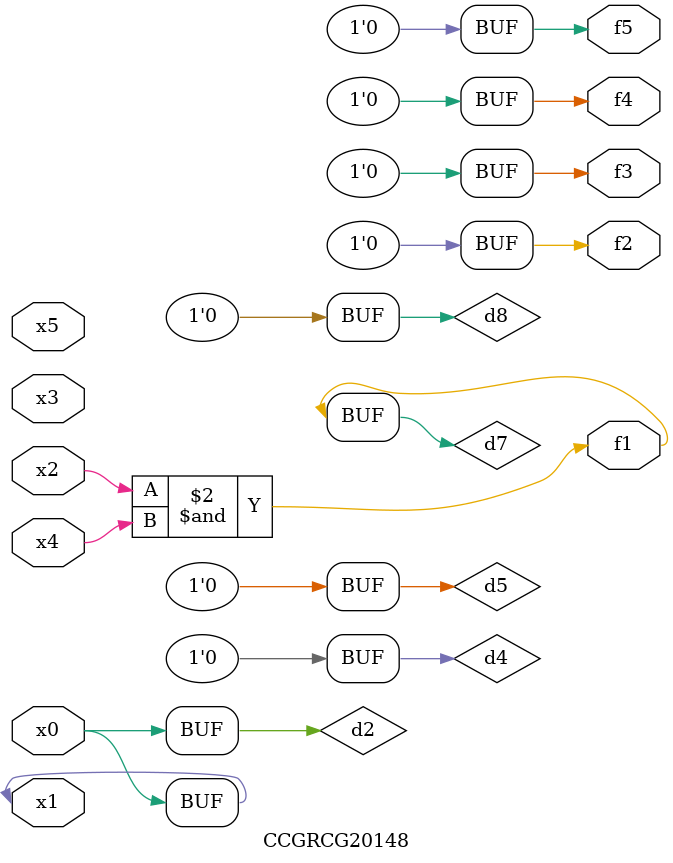
<source format=v>
module CCGRCG20148(
	input x0, x1, x2, x3, x4, x5,
	output f1, f2, f3, f4, f5
);

	wire d1, d2, d3, d4, d5, d6, d7, d8, d9;

	nand (d1, x1);
	buf (d2, x0, x1);
	nand (d3, x2, x4);
	and (d4, d1, d2);
	and (d5, d1, d2);
	nand (d6, d1, d3);
	not (d7, d3);
	xor (d8, d5);
	nor (d9, d5, d6);
	assign f1 = d7;
	assign f2 = d8;
	assign f3 = d8;
	assign f4 = d8;
	assign f5 = d8;
endmodule

</source>
